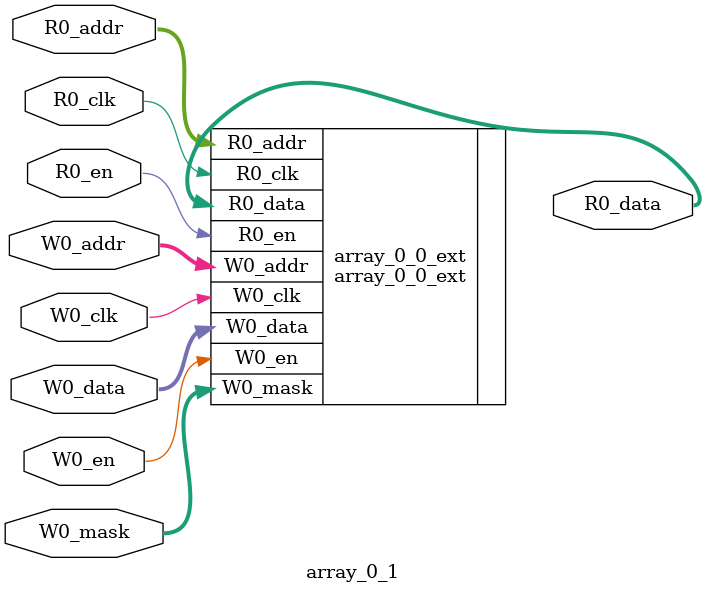
<source format=sv>
module array_0_1(	// @[generators/rocket-chip/src/main/scala/util/DescribedSRAM.scala:17:26]
  input  [7:0]   R0_addr,
  input          R0_en,
  input          R0_clk,
  output [127:0] R0_data,
  input  [7:0]   W0_addr,
  input          W0_en,
  input          W0_clk,
  input  [127:0] W0_data,
  input  [1:0]   W0_mask
);

  array_0_0_ext array_0_0_ext (	// @[generators/rocket-chip/src/main/scala/util/DescribedSRAM.scala:17:26]
    .R0_addr (R0_addr),
    .R0_en   (R0_en),
    .R0_clk  (R0_clk),
    .R0_data (R0_data),
    .W0_addr (W0_addr),
    .W0_en   (W0_en),
    .W0_clk  (W0_clk),
    .W0_data (W0_data),
    .W0_mask (W0_mask)
  );	// @[generators/rocket-chip/src/main/scala/util/DescribedSRAM.scala:17:26]
endmodule


</source>
